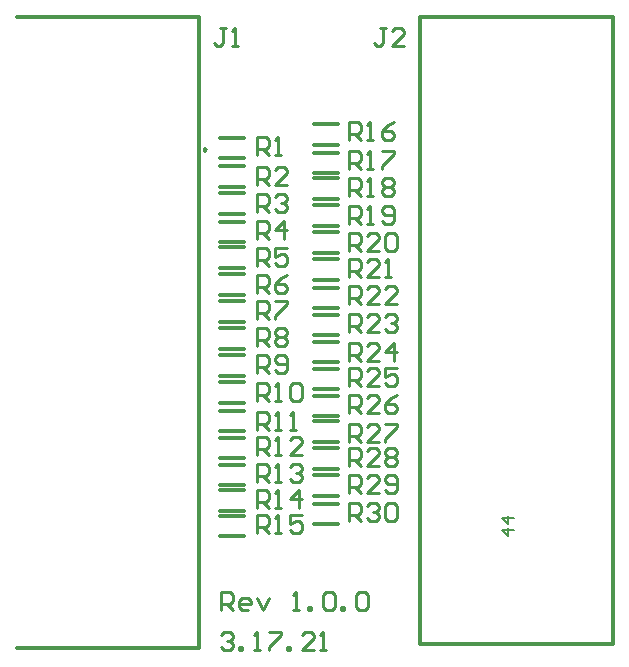
<source format=gto>
G04*
G04 #@! TF.GenerationSoftware,Altium Limited,Altium Designer,21.0.9 (235)*
G04*
G04 Layer_Color=65535*
%FSLAX25Y25*%
%MOIN*%
G70*
G04*
G04 #@! TF.SameCoordinates,8E47622B-7771-418E-90A4-0877E0867BD3*
G04*
G04*
G04 #@! TF.FilePolarity,Positive*
G04*
G01*
G75*
%ADD10C,0.00984*%
%ADD11C,0.01181*%
%ADD12C,0.01000*%
%ADD13C,0.00600*%
D10*
X271417Y393016D02*
X270679Y393442D01*
Y392590D01*
X271417Y393016D01*
D11*
X342827Y228035D02*
Y437090D01*
X407000D01*
Y228035D02*
Y437090D01*
X342827Y228035D02*
X407000D01*
X269134Y226756D02*
Y437071D01*
X208347Y226756D02*
X269134D01*
X208347Y437071D02*
X269134D01*
X307448Y274945D02*
X315552D01*
X307448Y268055D02*
X315552D01*
X307448Y284445D02*
X315552D01*
X307448Y277555D02*
X315552D01*
X307448Y293445D02*
X315552D01*
X307448Y286555D02*
X315552D01*
X307448Y302445D02*
X315552D01*
X307448Y295555D02*
X315552D01*
X307448Y310945D02*
X315552D01*
X307448Y304055D02*
X315552D01*
X307448Y319945D02*
X315552D01*
X307448Y313055D02*
X315552D01*
X307448Y328945D02*
X315552D01*
X307448Y322055D02*
X315552D01*
X307448Y337945D02*
X315552D01*
X307448Y331055D02*
X315552D01*
X307448Y346945D02*
X315552D01*
X307448Y340055D02*
X315552D01*
X307448Y356445D02*
X315552D01*
X307448Y349555D02*
X315552D01*
X307448Y365445D02*
X315552D01*
X307448Y358555D02*
X315552D01*
X307448Y374445D02*
X315552D01*
X307448Y367555D02*
X315552D01*
X307448Y383445D02*
X315552D01*
X307448Y376555D02*
X315552D01*
X307448Y391945D02*
X315552D01*
X307448Y385055D02*
X315552D01*
X307448Y401445D02*
X315552D01*
X307448Y394555D02*
X315552D01*
X275948Y396945D02*
X284052D01*
X275948Y390055D02*
X284052D01*
X275948Y387445D02*
X284052D01*
X275948Y380555D02*
X284052D01*
X275948Y378445D02*
X284052D01*
X275948Y371555D02*
X284052D01*
X275948Y368945D02*
X284052D01*
X275948Y362055D02*
X284052D01*
X275948Y360445D02*
X284052D01*
X275948Y353555D02*
X284052D01*
X275948Y351445D02*
X284052D01*
X275948Y344555D02*
X284052D01*
X275948Y342445D02*
X284052D01*
X275948Y335555D02*
X284052D01*
X275948Y333445D02*
X284052D01*
X275948Y326555D02*
X284052D01*
X275948Y324445D02*
X284052D01*
X275948Y317555D02*
X284052D01*
X275948Y315445D02*
X284052D01*
X275948Y308555D02*
X284052D01*
X275948Y305945D02*
X284052D01*
X275948Y299055D02*
X284052D01*
X275948Y296945D02*
X284052D01*
X275948Y290055D02*
X284052D01*
X275948Y287945D02*
X284052D01*
X275948Y281055D02*
X284052D01*
X275948Y279445D02*
X284052D01*
X275948Y272555D02*
X284052D01*
X275948Y270945D02*
X284052D01*
X275948Y264055D02*
X284052D01*
D12*
X276500Y231270D02*
X277500Y232270D01*
X279499D01*
X280499Y231270D01*
Y230270D01*
X279499Y229271D01*
X278499D01*
X279499D01*
X280499Y228271D01*
Y227271D01*
X279499Y226272D01*
X277500D01*
X276500Y227271D01*
X282498Y226272D02*
Y227271D01*
X283498D01*
Y226272D01*
X282498D01*
X287496D02*
X289496D01*
X288496D01*
Y232270D01*
X287496Y231270D01*
X292495Y232270D02*
X296494D01*
Y231270D01*
X292495Y227271D01*
Y226272D01*
X298493D02*
Y227271D01*
X299493D01*
Y226272D01*
X298493D01*
X307490D02*
X303491D01*
X307490Y230270D01*
Y231270D01*
X306490Y232270D01*
X304491D01*
X303491Y231270D01*
X309489Y226272D02*
X311489D01*
X310489D01*
Y232270D01*
X309489Y231270D01*
X276500Y239500D02*
Y245498D01*
X279499D01*
X280499Y244498D01*
Y242499D01*
X279499Y241499D01*
X276500D01*
X278499D02*
X280499Y239500D01*
X285497D02*
X283498D01*
X282498Y240500D01*
Y242499D01*
X283498Y243499D01*
X285497D01*
X286497Y242499D01*
Y241499D01*
X282498D01*
X288496Y243499D02*
X290495Y239500D01*
X292495Y243499D01*
X300492Y239500D02*
X302492D01*
X301492D01*
Y245498D01*
X300492Y244498D01*
X305491Y239500D02*
Y240500D01*
X306490D01*
Y239500D01*
X305491D01*
X310489Y244498D02*
X311489Y245498D01*
X313488D01*
X314488Y244498D01*
Y240500D01*
X313488Y239500D01*
X311489D01*
X310489Y240500D01*
Y244498D01*
X316487Y239500D02*
Y240500D01*
X317487D01*
Y239500D01*
X316487D01*
X321485Y244498D02*
X322485Y245498D01*
X324484D01*
X325484Y244498D01*
Y240500D01*
X324484Y239500D01*
X322485D01*
X321485Y240500D01*
Y244498D01*
X319003Y269001D02*
Y274999D01*
X322002D01*
X323001Y273999D01*
Y272000D01*
X322002Y271000D01*
X319003D01*
X321002D02*
X323001Y269001D01*
X325001Y273999D02*
X326000Y274999D01*
X328000D01*
X328999Y273999D01*
Y273000D01*
X328000Y272000D01*
X327000D01*
X328000D01*
X328999Y271000D01*
Y270001D01*
X328000Y269001D01*
X326000D01*
X325001Y270001D01*
X330999Y273999D02*
X331998Y274999D01*
X333998D01*
X334997Y273999D01*
Y270001D01*
X333998Y269001D01*
X331998D01*
X330999Y270001D01*
Y273999D01*
X319003Y278501D02*
Y284499D01*
X322002D01*
X323001Y283499D01*
Y281500D01*
X322002Y280500D01*
X319003D01*
X321002D02*
X323001Y278501D01*
X328999D02*
X325001D01*
X328999Y282500D01*
Y283499D01*
X328000Y284499D01*
X326000D01*
X325001Y283499D01*
X330999Y279501D02*
X331998Y278501D01*
X333998D01*
X334997Y279501D01*
Y283499D01*
X333998Y284499D01*
X331998D01*
X330999Y283499D01*
Y282500D01*
X331998Y281500D01*
X334997D01*
X319003Y287501D02*
Y293499D01*
X322002D01*
X323001Y292499D01*
Y290500D01*
X322002Y289500D01*
X319003D01*
X321002D02*
X323001Y287501D01*
X328999D02*
X325001D01*
X328999Y291500D01*
Y292499D01*
X328000Y293499D01*
X326000D01*
X325001Y292499D01*
X330999D02*
X331998Y293499D01*
X333998D01*
X334997Y292499D01*
Y291500D01*
X333998Y290500D01*
X334997Y289500D01*
Y288501D01*
X333998Y287501D01*
X331998D01*
X330999Y288501D01*
Y289500D01*
X331998Y290500D01*
X330999Y291500D01*
Y292499D01*
X331998Y290500D02*
X333998D01*
X319003Y295501D02*
Y301499D01*
X322002D01*
X323001Y300499D01*
Y298500D01*
X322002Y297500D01*
X319003D01*
X321002D02*
X323001Y295501D01*
X328999D02*
X325001D01*
X328999Y299500D01*
Y300499D01*
X328000Y301499D01*
X326000D01*
X325001Y300499D01*
X330999Y301499D02*
X334997D01*
Y300499D01*
X330999Y296501D01*
Y295501D01*
X319003Y305001D02*
Y310999D01*
X322002D01*
X323001Y309999D01*
Y308000D01*
X322002Y307000D01*
X319003D01*
X321002D02*
X323001Y305001D01*
X328999D02*
X325001D01*
X328999Y309000D01*
Y309999D01*
X328000Y310999D01*
X326000D01*
X325001Y309999D01*
X334997Y310999D02*
X332998Y309999D01*
X330999Y308000D01*
Y306001D01*
X331998Y305001D01*
X333998D01*
X334997Y306001D01*
Y307000D01*
X333998Y308000D01*
X330999D01*
X319003Y314001D02*
Y319999D01*
X322002D01*
X323001Y318999D01*
Y317000D01*
X322002Y316000D01*
X319003D01*
X321002D02*
X323001Y314001D01*
X328999D02*
X325001D01*
X328999Y318000D01*
Y318999D01*
X328000Y319999D01*
X326000D01*
X325001Y318999D01*
X334997Y319999D02*
X330999D01*
Y317000D01*
X332998Y318000D01*
X333998D01*
X334997Y317000D01*
Y315001D01*
X333998Y314001D01*
X331998D01*
X330999Y315001D01*
X319003Y322501D02*
Y328499D01*
X322002D01*
X323001Y327499D01*
Y325500D01*
X322002Y324500D01*
X319003D01*
X321002D02*
X323001Y322501D01*
X328999D02*
X325001D01*
X328999Y326500D01*
Y327499D01*
X328000Y328499D01*
X326000D01*
X325001Y327499D01*
X333998Y322501D02*
Y328499D01*
X330999Y325500D01*
X334997D01*
X319003Y332001D02*
Y337999D01*
X322002D01*
X323001Y336999D01*
Y335000D01*
X322002Y334000D01*
X319003D01*
X321002D02*
X323001Y332001D01*
X328999D02*
X325001D01*
X328999Y336000D01*
Y336999D01*
X328000Y337999D01*
X326000D01*
X325001Y336999D01*
X330999D02*
X331998Y337999D01*
X333998D01*
X334997Y336999D01*
Y336000D01*
X333998Y335000D01*
X332998D01*
X333998D01*
X334997Y334000D01*
Y333001D01*
X333998Y332001D01*
X331998D01*
X330999Y333001D01*
X319003Y341501D02*
Y347499D01*
X322002D01*
X323001Y346499D01*
Y344500D01*
X322002Y343500D01*
X319003D01*
X321002D02*
X323001Y341501D01*
X328999D02*
X325001D01*
X328999Y345500D01*
Y346499D01*
X328000Y347499D01*
X326000D01*
X325001Y346499D01*
X334997Y341501D02*
X330999D01*
X334997Y345500D01*
Y346499D01*
X333998Y347499D01*
X331998D01*
X330999Y346499D01*
X319003Y350501D02*
Y356499D01*
X322002D01*
X323001Y355499D01*
Y353500D01*
X322002Y352500D01*
X319003D01*
X321002D02*
X323001Y350501D01*
X328999D02*
X325001D01*
X328999Y354500D01*
Y355499D01*
X328000Y356499D01*
X326000D01*
X325001Y355499D01*
X330999Y350501D02*
X332998D01*
X331998D01*
Y356499D01*
X330999Y355499D01*
X319003Y359001D02*
Y364999D01*
X322002D01*
X323001Y363999D01*
Y362000D01*
X322002Y361000D01*
X319003D01*
X321002D02*
X323001Y359001D01*
X328999D02*
X325001D01*
X328999Y363000D01*
Y363999D01*
X328000Y364999D01*
X326000D01*
X325001Y363999D01*
X330999D02*
X331998Y364999D01*
X333998D01*
X334997Y363999D01*
Y360001D01*
X333998Y359001D01*
X331998D01*
X330999Y360001D01*
Y363999D01*
X319003Y368001D02*
Y373999D01*
X322002D01*
X323001Y372999D01*
Y371000D01*
X322002Y370000D01*
X319003D01*
X321002D02*
X323001Y368001D01*
X325001D02*
X327000D01*
X326000D01*
Y373999D01*
X325001Y372999D01*
X329999Y369001D02*
X330999Y368001D01*
X332998D01*
X333998Y369001D01*
Y372999D01*
X332998Y373999D01*
X330999D01*
X329999Y372999D01*
Y372000D01*
X330999Y371000D01*
X333998D01*
X319003Y377501D02*
Y383499D01*
X322002D01*
X323001Y382499D01*
Y380500D01*
X322002Y379500D01*
X319003D01*
X321002D02*
X323001Y377501D01*
X325001D02*
X327000D01*
X326000D01*
Y383499D01*
X325001Y382499D01*
X329999D02*
X330999Y383499D01*
X332998D01*
X333998Y382499D01*
Y381500D01*
X332998Y380500D01*
X333998Y379500D01*
Y378501D01*
X332998Y377501D01*
X330999D01*
X329999Y378501D01*
Y379500D01*
X330999Y380500D01*
X329999Y381500D01*
Y382499D01*
X330999Y380500D02*
X332998D01*
X319003Y386501D02*
Y392499D01*
X322002D01*
X323001Y391499D01*
Y389500D01*
X322002Y388500D01*
X319003D01*
X321002D02*
X323001Y386501D01*
X325001D02*
X327000D01*
X326000D01*
Y392499D01*
X325001Y391499D01*
X329999Y392499D02*
X333998D01*
Y391499D01*
X329999Y387501D01*
Y386501D01*
X319003Y396001D02*
Y401999D01*
X322002D01*
X323001Y400999D01*
Y399000D01*
X322002Y398000D01*
X319003D01*
X321002D02*
X323001Y396001D01*
X325001D02*
X327000D01*
X326000D01*
Y401999D01*
X325001Y400999D01*
X333998Y401999D02*
X331998Y400999D01*
X329999Y399000D01*
Y397001D01*
X330999Y396001D01*
X332998D01*
X333998Y397001D01*
Y398000D01*
X332998Y399000D01*
X329999D01*
X288502Y265001D02*
Y270999D01*
X291501D01*
X292501Y269999D01*
Y268000D01*
X291501Y267000D01*
X288502D01*
X290502D02*
X292501Y265001D01*
X294500D02*
X296500D01*
X295500D01*
Y270999D01*
X294500Y269999D01*
X303498Y270999D02*
X299499D01*
Y268000D01*
X301498Y269000D01*
X302498D01*
X303498Y268000D01*
Y266001D01*
X302498Y265001D01*
X300499D01*
X299499Y266001D01*
X288502Y273501D02*
Y279499D01*
X291501D01*
X292501Y278499D01*
Y276500D01*
X291501Y275500D01*
X288502D01*
X290502D02*
X292501Y273501D01*
X294500D02*
X296500D01*
X295500D01*
Y279499D01*
X294500Y278499D01*
X302498Y273501D02*
Y279499D01*
X299499Y276500D01*
X303498D01*
X288502Y282001D02*
Y287999D01*
X291501D01*
X292501Y286999D01*
Y285000D01*
X291501Y284000D01*
X288502D01*
X290502D02*
X292501Y282001D01*
X294500D02*
X296500D01*
X295500D01*
Y287999D01*
X294500Y286999D01*
X299499D02*
X300499Y287999D01*
X302498D01*
X303498Y286999D01*
Y286000D01*
X302498Y285000D01*
X301498D01*
X302498D01*
X303498Y284000D01*
Y283001D01*
X302498Y282001D01*
X300499D01*
X299499Y283001D01*
X288502Y291001D02*
Y296999D01*
X291501D01*
X292501Y295999D01*
Y294000D01*
X291501Y293000D01*
X288502D01*
X290502D02*
X292501Y291001D01*
X294500D02*
X296500D01*
X295500D01*
Y296999D01*
X294500Y295999D01*
X303498Y291001D02*
X299499D01*
X303498Y295000D01*
Y295999D01*
X302498Y296999D01*
X300499D01*
X299499Y295999D01*
X288502Y299501D02*
Y305499D01*
X291501D01*
X292501Y304499D01*
Y302500D01*
X291501Y301500D01*
X288502D01*
X290502D02*
X292501Y299501D01*
X294500D02*
X296500D01*
X295500D01*
Y305499D01*
X294500Y304499D01*
X299499Y299501D02*
X301498D01*
X300499D01*
Y305499D01*
X299499Y304499D01*
X288502Y309001D02*
Y314999D01*
X291501D01*
X292501Y313999D01*
Y312000D01*
X291501Y311000D01*
X288502D01*
X290502D02*
X292501Y309001D01*
X294500D02*
X296500D01*
X295500D01*
Y314999D01*
X294500Y313999D01*
X299499D02*
X300499Y314999D01*
X302498D01*
X303498Y313999D01*
Y310001D01*
X302498Y309001D01*
X300499D01*
X299499Y310001D01*
Y313999D01*
X288502Y318501D02*
Y324499D01*
X291501D01*
X292501Y323499D01*
Y321500D01*
X291501Y320500D01*
X288502D01*
X290502D02*
X292501Y318501D01*
X294500Y319501D02*
X295500Y318501D01*
X297499D01*
X298499Y319501D01*
Y323499D01*
X297499Y324499D01*
X295500D01*
X294500Y323499D01*
Y322500D01*
X295500Y321500D01*
X298499D01*
X288502Y327501D02*
Y333499D01*
X291501D01*
X292501Y332499D01*
Y330500D01*
X291501Y329500D01*
X288502D01*
X290502D02*
X292501Y327501D01*
X294500Y332499D02*
X295500Y333499D01*
X297499D01*
X298499Y332499D01*
Y331500D01*
X297499Y330500D01*
X298499Y329500D01*
Y328501D01*
X297499Y327501D01*
X295500D01*
X294500Y328501D01*
Y329500D01*
X295500Y330500D01*
X294500Y331500D01*
Y332499D01*
X295500Y330500D02*
X297499D01*
X288502Y336501D02*
Y342499D01*
X291501D01*
X292501Y341499D01*
Y339500D01*
X291501Y338500D01*
X288502D01*
X290502D02*
X292501Y336501D01*
X294500Y342499D02*
X298499D01*
Y341499D01*
X294500Y337501D01*
Y336501D01*
X288502Y345001D02*
Y350999D01*
X291501D01*
X292501Y349999D01*
Y348000D01*
X291501Y347000D01*
X288502D01*
X290502D02*
X292501Y345001D01*
X298499Y350999D02*
X296500Y349999D01*
X294500Y348000D01*
Y346001D01*
X295500Y345001D01*
X297499D01*
X298499Y346001D01*
Y347000D01*
X297499Y348000D01*
X294500D01*
X288502Y354001D02*
Y359999D01*
X291501D01*
X292501Y358999D01*
Y357000D01*
X291501Y356000D01*
X288502D01*
X290502D02*
X292501Y354001D01*
X298499Y359999D02*
X294500D01*
Y357000D01*
X296500Y358000D01*
X297499D01*
X298499Y357000D01*
Y355001D01*
X297499Y354001D01*
X295500D01*
X294500Y355001D01*
X288502Y363001D02*
Y368999D01*
X291501D01*
X292501Y367999D01*
Y366000D01*
X291501Y365000D01*
X288502D01*
X290502D02*
X292501Y363001D01*
X297499D02*
Y368999D01*
X294500Y366000D01*
X298499D01*
X288502Y372001D02*
Y377999D01*
X291501D01*
X292501Y376999D01*
Y375000D01*
X291501Y374000D01*
X288502D01*
X290502D02*
X292501Y372001D01*
X294500Y376999D02*
X295500Y377999D01*
X297499D01*
X298499Y376999D01*
Y376000D01*
X297499Y375000D01*
X296500D01*
X297499D01*
X298499Y374000D01*
Y373001D01*
X297499Y372001D01*
X295500D01*
X294500Y373001D01*
X288502Y381001D02*
Y386999D01*
X291501D01*
X292501Y385999D01*
Y384000D01*
X291501Y383000D01*
X288502D01*
X290502D02*
X292501Y381001D01*
X298499D02*
X294500D01*
X298499Y385000D01*
Y385999D01*
X297499Y386999D01*
X295500D01*
X294500Y385999D01*
X288502Y391001D02*
Y396999D01*
X291501D01*
X292501Y395999D01*
Y394000D01*
X291501Y393000D01*
X288502D01*
X290502D02*
X292501Y391001D01*
X294500D02*
X296500D01*
X295500D01*
Y396999D01*
X294500Y395999D01*
X331500Y433499D02*
X329501D01*
X330501D01*
Y428501D01*
X329501Y427501D01*
X328501D01*
X327502Y428501D01*
X337498Y427501D02*
X333500D01*
X337498Y431500D01*
Y432499D01*
X336499Y433499D01*
X334499D01*
X333500Y432499D01*
X278000Y433499D02*
X276001D01*
X277000D01*
Y428501D01*
X276001Y427501D01*
X275001D01*
X274001Y428501D01*
X279999Y427501D02*
X281999D01*
X280999D01*
Y433499D01*
X279999Y432499D01*
D13*
X374000Y265999D02*
X370001D01*
X372001Y264000D01*
Y266666D01*
X374000Y269998D02*
X370001D01*
X372001Y267999D01*
Y270665D01*
M02*

</source>
